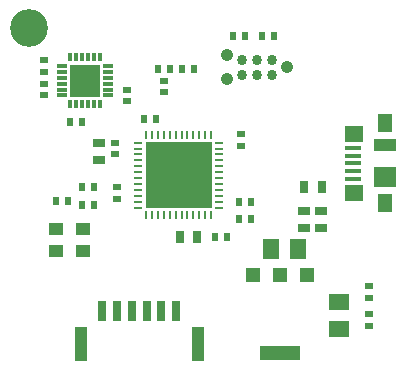
<source format=gbr>
%TF.GenerationSoftware,Altium Limited,Altium Designer,23.4.1 (23)*%
G04 Layer_Color=255*
%FSLAX45Y45*%
%MOMM*%
%TF.SameCoordinates,E9D3CAE9-A23F-4039-930E-E97F2D72BBB1*%
%TF.FilePolarity,Positive*%
%TF.FileFunction,Pads,Top*%
%TF.Part,Single*%
G01*
G75*
%TA.AperFunction,SMDPad,CuDef*%
%ADD12R,1.70000X1.40000*%
%TA.AperFunction,ConnectorPad*%
%ADD13R,1.38000X0.45000*%
%ADD14R,1.55000X1.42500*%
%ADD15R,1.90000X1.00000*%
%ADD16R,1.90000X1.80000*%
%ADD17R,1.30000X1.65000*%
%TA.AperFunction,SMDPad,CuDef*%
%ADD18R,1.00000X0.80000*%
%ADD19R,0.70000X0.60000*%
%ADD20R,0.60000X0.70000*%
%ADD21R,1.40000X1.70000*%
%ADD22R,3.50000X1.25000*%
%ADD23R,1.25000X1.25000*%
%ADD24R,0.80000X1.00000*%
%ADD25R,2.60000X2.70000*%
%ADD26R,0.35000X0.80000*%
%ADD27R,0.85000X0.35000*%
%ADD28R,5.60000X5.60000*%
%ADD29O,0.25000X0.80000*%
%ADD30O,0.80000X0.25000*%
%ADD31R,0.65000X1.70000*%
%ADD32R,1.00000X2.90000*%
%ADD33R,1.30000X1.10000*%
%TA.AperFunction,BGAPad,CuDef*%
%ADD34C,0.86300*%
%TA.AperFunction,ComponentPad*%
%ADD41C,3.20000*%
%ADD42C,1.06700*%
D12*
X10130000Y6346400D02*
D03*
Y6575000D02*
D03*
D13*
X10250000Y7880000D02*
D03*
Y7815000D02*
D03*
Y7750000D02*
D03*
Y7685000D02*
D03*
Y7620000D02*
D03*
D14*
X10258500Y7998750D02*
D03*
Y7501250D02*
D03*
D15*
X10516000Y7905000D02*
D03*
D16*
Y7635000D02*
D03*
D17*
Y8087500D02*
D03*
Y7412500D02*
D03*
D18*
X8100000Y7925000D02*
D03*
Y7775000D02*
D03*
X9830000Y7350000D02*
D03*
Y7200000D02*
D03*
X9980000Y7350000D02*
D03*
Y7200000D02*
D03*
D19*
X8250000Y7450000D02*
D03*
Y7550000D02*
D03*
X8230000Y7925000D02*
D03*
Y7825000D02*
D03*
X10380000Y6475000D02*
D03*
Y6375000D02*
D03*
Y6610000D02*
D03*
Y6710000D02*
D03*
X8330000Y8275000D02*
D03*
Y8375000D02*
D03*
X7630000Y8525000D02*
D03*
Y8625000D02*
D03*
Y8325000D02*
D03*
Y8425000D02*
D03*
X8650000Y8450000D02*
D03*
Y8350000D02*
D03*
X9300000Y7900000D02*
D03*
Y8000000D02*
D03*
D20*
X8050000Y7550000D02*
D03*
X7950000D02*
D03*
X7950000Y8100000D02*
D03*
X7850000D02*
D03*
X8700000Y8550000D02*
D03*
X8600000D02*
D03*
X8800000D02*
D03*
X8900000D02*
D03*
X9280000Y7275000D02*
D03*
X9380000D02*
D03*
X9280000Y7425000D02*
D03*
X9380000D02*
D03*
X9480000Y8825000D02*
D03*
X9580000D02*
D03*
X9230000D02*
D03*
X9330000D02*
D03*
X8580000Y8125000D02*
D03*
X8480000D02*
D03*
X9080000Y7125000D02*
D03*
X9180000D02*
D03*
X8050000Y7400000D02*
D03*
X7950000D02*
D03*
X7730000Y7435000D02*
D03*
X7830000D02*
D03*
D21*
X9780000Y7025000D02*
D03*
X9551400D02*
D03*
D22*
X9630000Y6145500D02*
D03*
D23*
X9401000Y6804500D02*
D03*
X9630000D02*
D03*
X9859000D02*
D03*
D24*
X9835000Y7550000D02*
D03*
X9985000D02*
D03*
X8930000Y7125000D02*
D03*
X8780000D02*
D03*
D25*
X7977500Y8450000D02*
D03*
D26*
X7852500Y8250000D02*
D03*
X7902500D02*
D03*
X7952500D02*
D03*
X8002500D02*
D03*
X8052500D02*
D03*
X8102500D02*
D03*
X7852500Y8650000D02*
D03*
X7902500D02*
D03*
X7952500D02*
D03*
X8002500D02*
D03*
X8052500D02*
D03*
X8102500D02*
D03*
D27*
X8175000Y8325000D02*
D03*
Y8375000D02*
D03*
Y8425000D02*
D03*
Y8475000D02*
D03*
Y8525000D02*
D03*
Y8575000D02*
D03*
X7780000Y8325000D02*
D03*
Y8375000D02*
D03*
Y8425000D02*
D03*
Y8475000D02*
D03*
Y8525000D02*
D03*
Y8575000D02*
D03*
D28*
X8770000Y7650000D02*
D03*
D29*
X8495000Y7990000D02*
D03*
X8545000D02*
D03*
X8595000D02*
D03*
X8645000D02*
D03*
X8695000D02*
D03*
X8745000D02*
D03*
X8795000D02*
D03*
X8845000D02*
D03*
X8895000D02*
D03*
X8945000D02*
D03*
X8995000D02*
D03*
X9045000D02*
D03*
Y7310000D02*
D03*
X8995000D02*
D03*
X8945000D02*
D03*
X8895000D02*
D03*
X8845000D02*
D03*
X8795000D02*
D03*
X8745000D02*
D03*
X8695000D02*
D03*
X8645000D02*
D03*
X8595000D02*
D03*
X8545000D02*
D03*
X8495000D02*
D03*
D30*
X9110000Y7925000D02*
D03*
Y7875000D02*
D03*
Y7825000D02*
D03*
Y7775000D02*
D03*
Y7725000D02*
D03*
Y7675000D02*
D03*
Y7625000D02*
D03*
Y7575000D02*
D03*
Y7525000D02*
D03*
Y7475000D02*
D03*
Y7425000D02*
D03*
Y7375000D02*
D03*
X8430000D02*
D03*
Y7425000D02*
D03*
Y7475000D02*
D03*
Y7525000D02*
D03*
Y7575000D02*
D03*
Y7625000D02*
D03*
Y7675000D02*
D03*
Y7725000D02*
D03*
Y7775000D02*
D03*
Y7825000D02*
D03*
Y7875000D02*
D03*
Y7925000D02*
D03*
D31*
X8125000Y6500000D02*
D03*
X8250000D02*
D03*
X8500000D02*
D03*
X8625000D02*
D03*
X8375000D02*
D03*
X8750000D02*
D03*
D32*
X7940000Y6220000D02*
D03*
X8935000D02*
D03*
D33*
X7735000Y7195000D02*
D03*
Y7005000D02*
D03*
X7965000Y7195000D02*
D03*
Y7005000D02*
D03*
D34*
X9303000Y8498000D02*
D03*
X9430000D02*
D03*
X9557000D02*
D03*
X9303000Y8625000D02*
D03*
X9430000D02*
D03*
X9557000D02*
D03*
D41*
X7500000Y8900000D02*
D03*
D42*
X9176000Y8663100D02*
D03*
Y8459900D02*
D03*
X9684000Y8561500D02*
D03*
%TF.MD5,dc4a514d3214def0a00403aa5768cb45*%
M02*

</source>
